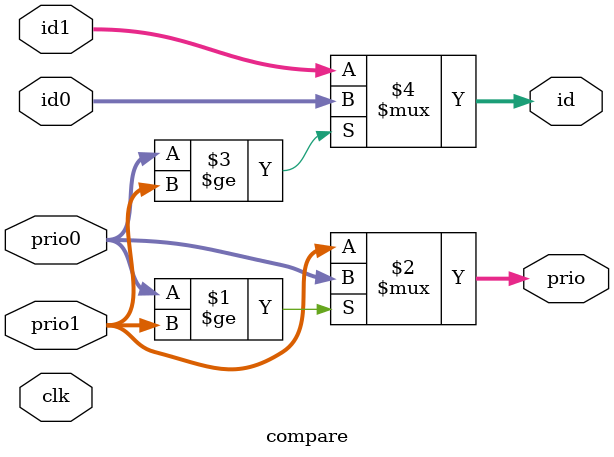
<source format=v>

module compare #(
  parameter WIDTH = 3
)(
  input                  clk      ,
  input      [WIDTH-1:0] prio0    ,
  input      [WIDTH-1:0] prio1    ,
  input      [7:0]       id0      ,
  input      [7:0]       id1      ,
  output     [WIDTH-1:0] prio     ,
  output     [7:0]       id
);

assign prio = (prio0 >= prio1)? prio0 : prio1 ;  
assign id   = (prio0 >= prio1)? id0   : id1   ;  

endmodule

</source>
